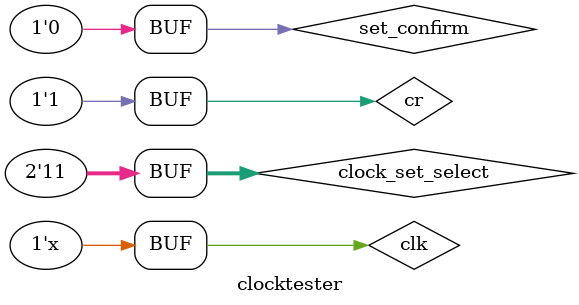
<source format=v>
`timescale 1ns / 1ps


module clocktester;

	// Inputs
	reg clk;
	reg cr;
	reg [1:0] clock_set_select;
	reg set_confirm;

	// Outputs
	wire [7:0] hour;
	wire [7:0] minute;
	wire [7:0] second;

	// Instantiate the Unit Under Test (UUT)
	ClockAndSet uut (
		.clk(clk), 
		.cr(cr), 
		.clock_set_select(clock_set_select), 
		.set_confirm(set_confirm), 
		.hour(hour), 
		.minute(minute), 
		.second(second)
	);

	initial begin
		// Initialize Inputs
		clk = 0;
		cr = 1;
		clock_set_select = 0;
		set_confirm = 0;

		// Wait 100 ns for global reset to finish
		#1;
		cr=0;
		#1
		cr=1;
      #10000
		clock_set_select=2'b10;
		set_confirm=1;
		#100
		set_confirm=0;
		#10
		cr=0;
		#1
		cr=1;
		#100
		clock_set_select=2'b11;
		set_confirm=1;
		#100
		set_confirm=0;
		// Add stimulus here

	end
      always clk=#1~clk;
endmodule


</source>
